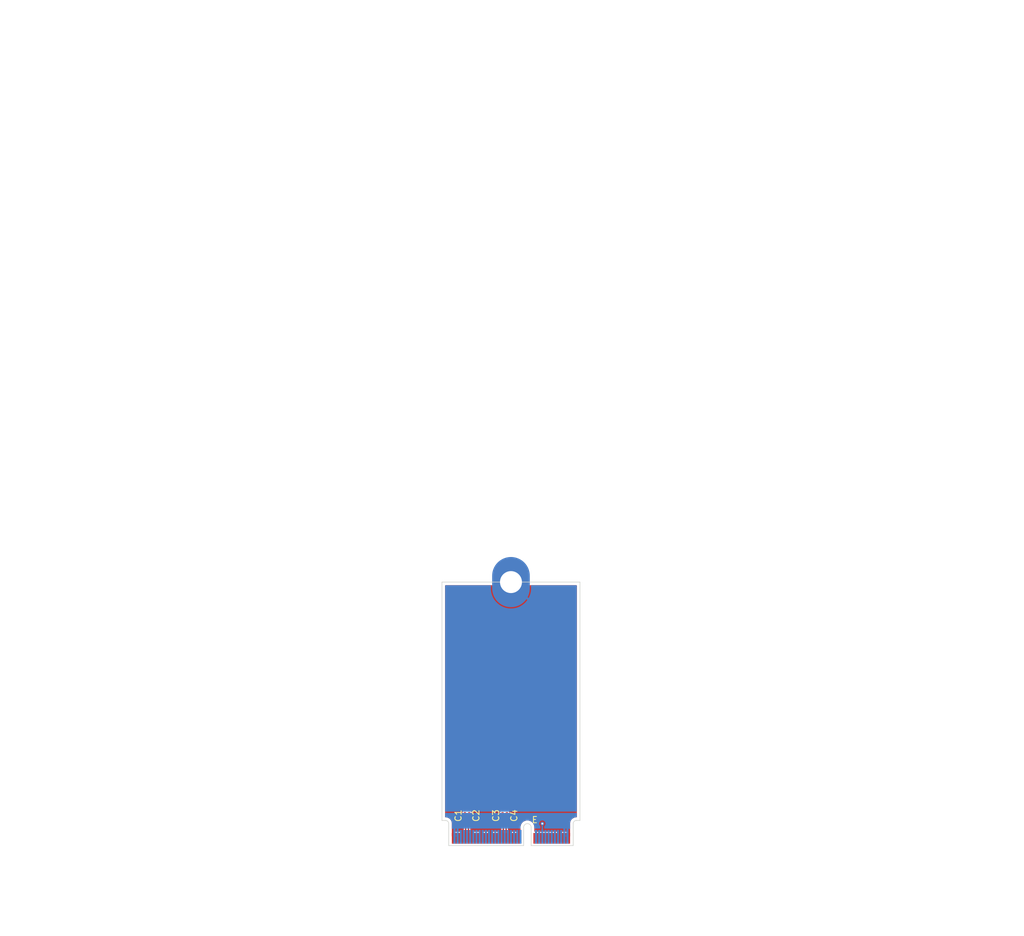
<source format=kicad_pcb>
(kicad_pcb (version 20241229) (generator "pcbnew") (generator_version "9.0")
  (layers (0 "F.Cu" signal) (2 "B.Cu" signal) (13 "F.Paste" user) (15 "B.Paste" user) (5 "F.SilkS" user "F.Silkscreen") (7 "B.SilkS" user "B.Silkscreen") (1 "F.Mask" user) (3 "B.Mask" user) (25 "Edge.Cuts" user))
  (net 0 "")
  (net 1 "/M.2 E Key/PET1P")
  (net 2 "/M.2 E Key/PET1N")
  (net 3 "/M.2 E Key/PET0P")
  (net 4 "/M.2 E Key/PET0N")
  (net 5 "GND")
  (net 6 "/PET0-")
  (net 7 "/PET1-")
  (net 8 "/PET1+")
  (net 9 "/PET0+")
  (net 10 "+3.3V")
  (net 11 "/USB_D+")
  (net 12 "/USB_D-")
  (net 13 "/LED#1")
  (net 14 "/I2S_SCK")
  (net 15 "/SDIO_CLK")
  (net 16 "/I2S_WS")
  (net 17 "/SDIO_CMD")
  (net 18 "/I2S_SD_OUT")
  (net 19 "/SDIO_DATA0")
  (net 20 "/I2S_SD_IN")
  (net 21 "/SDIO_DATA3")
  (net 22 "/LED#2")
  (net 23 "/SDIO_DATA2")
  (net 24 "/SDIO_DATA1")
  (net 25 "/UART_WAKE#")
  (net 26 "/SDIO__WAKE#")
  (net 27 "/UART_TXD")
  (net 28 "/SDIO_RESET#")
  (net 29 "/UART_RXD")
  (net 30 "/UARD_RTS")
  (net 31 "/PER0-")
  (net 32 "/UART_CTS")
  (net 33 "/PER0+")
  (net 39 "/REFCLK0+")
  (net 41 "/REFCLK0-")
  (net 42 "/SUSCLK")
  (net 43 "/PERST0#")
  (net 44 "/CLKREQ0#")
  (net 45 "/W_DISABLE2#")
  (net 46 "/PEWAKE#")
  (net 47 "/W_DISABLE1#")
  (net 48 "/I2C_DATA")
  (net 49 "/PER1+")
  (net 50 "/I2C_CLK")
  (net 51 "/PER1-")
  (net 52 "/ALERT#")
  (net 54 "/PERST1#")
  (net 55 "/CLKREQ1#")
  (net 56 "/PEWAKE1#")
  (net 57 "/REFCLK1+")
  (net 58 "/REFCLK1-")
  (footprint "Capacitor_SMD:C_0201_0603Metric" (layer "F.Cu") (at 106.11 153.93 90)
    (property "Reference" "C4" (at 0 1.14 90) (layer "F.SilkS"))
    (property "Value" "220nF")
    (pad "1" smd roundrect (at -0.32 0 90) (size 0.46 0.4) (layers "F.Cu" "F.Mask") (net 3 "/M.2 E Key/PET0P"))
    (pad "2" smd roundrect (at 0.32 0 90) (size 0.46 0.4) (layers "F.Cu" "F.Mask") (net 9 "/PET0+"))
  )
  (footprint "Capacitor_SMD:C_0201_0603Metric" (layer "F.Cu") (at 99.41 153.93 90)
    (property "Reference" "C1" (at 0 -1.05 90) (layer "F.SilkS"))
    (property "Value" "220nF")
    (pad "1" smd roundrect (at -0.32 0 90) (size 0.46 0.4) (layers "F.Cu" "F.Mask") (net 2 "/M.2 E Key/PET1N"))
    (pad "2" smd roundrect (at 0.32 0 90) (size 0.46 0.4) (layers "F.Cu" "F.Mask") (net 7 "/PET1-"))
  )
  (footprint "Capacitor_SMD:C_0201_0603Metric" (layer "F.Cu") (at 105.41 153.93 90)
    (property "Reference" "C3" (at 0 -1.05 90) (layer "F.SilkS"))
    (property "Value" "220nF")
    (pad "1" smd roundrect (at -0.32 0 90) (size 0.46 0.4) (layers "F.Cu" "F.Mask") (net 4 "/M.2 E Key/PET0N"))
    (pad "2" smd roundrect (at 0.32 0 90) (size 0.46 0.4) (layers "F.Cu" "F.Mask") (net 6 "/PET0-"))
  )
  (footprint "Athena KiCAd library:M.2 Mounting Pad" (layer "F.Cu") (at 106.76 116.7)
    (property "Reference" "H1")
    (property "Value" "MountingHole_Pad")
    (pad "1" thru_hole circle (at 0 0) (size 5.5 5.5) (drill 3.5) (property pad_prop_castellated) (layers "*.Cu" "*.Mask") (net 5 "GND") (padstack (mode front_inner_back) (layer "Inner" (shape circle) (size 5.5 5.5)) (layer "B.Cu" (shape oval) (size 6 8))))
  )
  (footprint "PCIexpress:M.2 E Key Connector" (layer "F.Cu") (at 106.76 157.59)
    (property "Reference" "J1")
    (property "Value" "~")
    (fp_line (start -11 -2.89) (end -10.425 -2.89) (stroke (width 0.1)) (layer "Edge.Cuts"))
    (fp_line (start -9.925 -2.39) (end -9.925 1.11) (stroke (width 0.1)) (layer "Edge.Cuts"))
    (fp_line (start 2.02 -1.79) (end 2.02 1.11) (stroke (width 0.1)) (layer "Edge.Cuts"))
    (fp_line (start 2.02 1.11) (end -9.925 1.11) (stroke (width 0.1)) (layer "Edge.Cuts"))
    (fp_line (start 3.22 -1.79) (end 3.22 1.11) (stroke (width 0.1)) (layer "Edge.Cuts"))
    (fp_line (start 3.22 1.11) (end 9.925 1.11) (stroke (width 0.1)) (layer "Edge.Cuts"))
    (fp_line (start 9.925 -2.39) (end 9.925 1.11) (stroke (width 0.1)) (layer "Edge.Cuts"))
    (fp_line (start 10.425 -2.89) (end 11 -2.89) (stroke (width 0.1)) (layer "Edge.Cuts"))
    (fp_arc (start -10.425 -2.89) (mid -10.071447 -2.743553) (end -9.925 -2.39) (stroke (width 0.1)) (layer "Edge.Cuts"))
    (fp_arc (start 2.02 -1.79) (mid 2.62 -2.39) (end 3.22 -1.79) (stroke (width 0.1)) (layer "Edge.Cuts"))
    (fp_arc (start 9.925 -2.39) (mid 10.071447 -2.743553) (end 10.425 -2.89) (stroke (width 0.1)) (layer "Edge.Cuts"))
    (fp_text user "E" (at 3.245 -2.395 0) (layer "F.SilkS") (effects (justify left bottom)))
    (pad "1" smd rect (at 9.25 -0.04 180) (size 0.35 1.7) (layers "F.Cu") (net 5 "GND"))
    (pad "2" smd rect (at 9 -0.29 180) (size 0.35 2.2) (layers "B.Cu") (net 10 "+3.3V"))
    (pad "3" smd rect (at 8.75 -0.04 180) (size 0.35 1.7) (layers "F.Cu") (net 11 "/USB_D+"))
    (pad "4" smd rect (at 8.5 -0.29 180) (size 0.35 2.2) (layers "B.Cu") (net 10 "+3.3V"))
    (pad "5" smd rect (at 8.25 -0.04 180) (size 0.35 1.7) (layers "F.Cu") (net 12 "/USB_D-"))
    (pad "6" smd rect (at 8 -0.29 180) (size 0.35 2.2) (layers "B.Cu") (net 13 "/LED#1"))
    (pad "7" smd rect (at 7.75 -0.04 180) (size 0.35 1.7) (layers "F.Cu") (net 5 "GND"))
    (pad "8" smd rect (at 7.5 -0.29 180) (size 0.35 2.2) (layers "B.Cu") (net 14 "/I2S_SCK"))
    (pad "9" smd rect (at 7.25 -0.04 180) (size 0.35 1.7) (layers "F.Cu") (net 15 "/SDIO_CLK"))
    (pad "10" smd rect (at 7 -0.29 180) (size 0.35 2.2) (layers "B.Cu") (net 16 "/I2S_WS"))
    (pad "11" smd rect (at 6.75 -0.04 180) (size 0.35 1.7) (layers "F.Cu") (net 17 "/SDIO_CMD"))
    (pad "12" smd rect (at 6.5 -0.29 180) (size 0.35 2.2) (layers "B.Cu") (net 18 "/I2S_SD_OUT"))
    (pad "13" smd rect (at 6.25 -0.04 180) (size 0.35 1.7) (layers "F.Cu") (net 19 "/SDIO_DATA0"))
    (pad "14" smd rect (at 6 -0.29 180) (size 0.35 2.2) (layers "B.Cu") (net 20 "/I2S_SD_IN"))
    (pad "15" smd rect (at 5.75 -0.04 180) (size 0.35 1.7) (layers "F.Cu") (net 21 "/SDIO_DATA3"))
    (pad "16" smd rect (at 5.5 -0.29 180) (size 0.35 2.2) (layers "B.Cu") (net 22 "/LED#2"))
    (pad "17" smd rect (at 5.25 -0.04 180) (size 0.35 1.7) (layers "F.Cu") (net 23 "/SDIO_DATA2"))
    (pad "18" smd rect (at 5 -0.29 180) (size 0.35 2.2) (layers "B.Cu") (net 5 "GND"))
    (pad "19" smd rect (at 4.75 -0.04 180) (size 0.35 1.7) (layers "F.Cu") (net 24 "/SDIO_DATA1"))
    (pad "20" smd rect (at 4.5 -0.29 180) (size 0.35 2.2) (layers "B.Cu") (net 25 "/UART_WAKE#"))
    (pad "21" smd rect (at 4.25 -0.04 180) (size 0.35 1.7) (layers "F.Cu") (net 26 "/SDIO__WAKE#"))
    (pad "22" smd rect (at 4 -0.29 180) (size 0.35 2.2) (layers "B.Cu") (net 27 "/UART_TXD"))
    (pad "23" smd rect (at 3.75 -0.04 180) (size 0.35 1.7) (layers "F.Cu") (net 28 "/SDIO_RESET#"))
    (pad "32" smd rect (at 1.5 -0.29 180) (size 0.35 2.2) (layers "B.Cu") (net 29 "/UART_RXD"))
    (pad "33" smd rect (at 1.25 -0.04 180) (size 0.35 1.7) (layers "F.Cu") (net 5 "GND"))
    (pad "34" smd rect (at 1 -0.29 180) (size 0.35 2.2) (layers "B.Cu") (net 30 "/UARD_RTS"))
    (pad "35" smd rect (at 0.75 -0.04 180) (size 0.35 1.7) (layers "F.Cu") (net 31 "/PER0-"))
    (pad "36" smd rect (at 0.5 -0.29 180) (size 0.35 2.2) (layers "B.Cu") (net 32 "/UART_CTS"))
    (pad "37" smd rect (at 0.25 -0.04 180) (size 0.35 1.7) (layers "F.Cu") (net 33 "/PER0+"))
    (pad "38" smd rect (at 0 -0.29 180) (size 0.35 2.2) (layers "B.Cu"))
    (pad "39" smd rect (at -0.25 -0.04 180) (size 0.35 1.7) (layers "F.Cu") (net 5 "GND"))
    (pad "40" smd rect (at -0.5 -0.29 180) (size 0.35 2.2) (layers "B.Cu"))
    (pad "41" smd rect (at -0.75 -0.04 180) (size 0.35 1.7) (layers "F.Cu") (net 3 "/M.2 E Key/PET0P"))
    (pad "42" smd rect (at -1 -0.29 180) (size 0.35 2.2) (layers "B.Cu"))
    (pad "43" smd rect (at -1.25 -0.04 180) (size 0.35 1.7) (layers "F.Cu") (net 4 "/M.2 E Key/PET0N"))
    (pad "44" smd rect (at -1.5 -0.29 180) (size 0.35 2.2) (layers "B.Cu"))
    (pad "45" smd rect (at -1.75 -0.04 180) (size 0.35 1.7) (layers "F.Cu") (net 5 "GND"))
    (pad "46" smd rect (at -2 -0.29 180) (size 0.35 2.2) (layers "B.Cu"))
    (pad "47" smd rect (at -2.25 -0.04 180) (size 0.35 1.7) (layers "F.Cu") (net 39 "/REFCLK0+"))
    (pad "48" smd rect (at -2.5 -0.29 180) (size 0.35 2.2) (layers "B.Cu"))
    (pad "49" smd rect (at -2.75 -0.04 180) (size 0.35 1.7) (layers "F.Cu") (net 41 "/REFCLK0-"))
    (pad "50" smd rect (at -3 -0.29 180) (size 0.35 2.2) (layers "B.Cu") (net 42 "/SUSCLK"))
    (pad "51" smd rect (at -3.25 -0.04 180) (size 0.35 1.7) (layers "F.Cu") (net 5 "GND"))
    (pad "52" smd rect (at -3.5 -0.29 180) (size 0.35 2.2) (layers "B.Cu") (net 43 "/PERST0#"))
    (pad "53" smd rect (at -3.75 -0.04 180) (size 0.35 1.7) (layers "F.Cu") (net 44 "/CLKREQ0#"))
    (pad "54" smd rect (at -4 -0.29 180) (size 0.35 2.2) (layers "B.Cu") (net 45 "/W_DISABLE2#"))
    (pad "55" smd rect (at -4.25 -0.04 180) (size 0.35 1.7) (layers "F.Cu") (net 46 "/PEWAKE#"))
    (pad "56" smd rect (at -4.5 -0.29 180) (size 0.35 2.2) (layers "B.Cu") (net 47 "/W_DISABLE1#"))
    (pad "57" smd rect (at -4.75 -0.04 180) (size 0.35 1.7) (layers "F.Cu") (net 5 "GND"))
    (pad "58" smd rect (at -5 -0.29 180) (size 0.35 2.2) (layers "B.Cu") (net 48 "/I2C_DATA"))
    (pad "59" smd rect (at -5.25 -0.04 180) (size 0.35 1.7) (layers "F.Cu") (net 49 "/PER1+"))
    (pad "60" smd rect (at -5.5 -0.29 180) (size 0.35 2.2) (layers "B.Cu") (net 50 "/I2C_CLK"))
    (pad "61" smd rect (at -5.75 -0.04 180) (size 0.35 1.7) (layers "F.Cu") (net 51 "/PER1-"))
    (pad "62" smd rect (at -6 -0.29 180) (size 0.35 2.2) (layers "B.Cu") (net 52 "/ALERT#"))
    (pad "63" smd rect (at -6.25 -0.04 180) (size 0.35 1.7) (layers "F.Cu") (net 5 "GND"))
    (pad "64" smd rect (at -6.5 -0.29 180) (size 0.35 2.2) (layers "B.Cu"))
    (pad "65" smd rect (at -6.75 -0.04 180) (size 0.35 1.7) (layers "F.Cu") (net 1 "/M.2 E Key/PET1P"))
    (pad "66" smd rect (at -7 -0.29 180) (size 0.35 2.2) (layers "B.Cu") (net 54 "/PERST1#"))
    (pad "67" smd rect (at -7.25 -0.04 180) (size 0.35 1.7) (layers "F.Cu") (net 2 "/M.2 E Key/PET1N"))
    (pad "68" smd rect (at -7.5 -0.29 180) (size 0.35 2.2) (layers "B.Cu") (net 55 "/CLKREQ1#"))
    (pad "69" smd rect (at -7.75 -0.04 180) (size 0.35 1.7) (layers "F.Cu") (net 5 "GND"))
    (pad "70" smd rect (at -8 -0.29 180) (size 0.35 2.2) (layers "B.Cu") (net 56 "/PEWAKE1#"))
    (pad "71" smd rect (at -8.25 -0.04 180) (size 0.35 1.7) (layers "F.Cu") (net 57 "/REFCLK1+"))
    (pad "72" smd rect (at -8.5 -0.29 180) (size 0.35 2.2) (layers "B.Cu") (net 10 "+3.3V"))
    (pad "73" smd rect (at -8.75 -0.04 180) (size 0.35 1.7) (layers "F.Cu") (net 58 "/REFCLK1-"))
    (pad "74" smd rect (at -9 -0.29 180) (size 0.35 2.2) (layers "B.Cu") (net 10 "+3.3V"))
    (pad "75" smd rect (at -9.25 -0.04 180) (size 0.35 1.7) (layers "F.Cu") (net 5 "GND"))
  )
  (footprint "Capacitor_SMD:C_0201_0603Metric" (layer "F.Cu") (at 100.11 153.93 90)
    (property "Reference" "C2" (at 0 1.09 90) (layer "F.SilkS"))
    (property "Value" "220nF")
    (pad "1" smd roundrect (at -0.32 0 90) (size 0.46 0.4) (layers "F.Cu" "F.Mask") (net 1 "/M.2 E Key/PET1P"))
    (pad "2" smd roundrect (at 0.32 0 90) (size 0.46 0.4) (layers "F.Cu" "F.Mask") (net 8 "/PET1+"))
  )
  (gr_line (start 117.76 116.7) (end 95.76 116.7) (stroke (width 0.1)) (layer "Edge.Cuts"))
  (gr_line (start 117.76 154.7) (end 117.76 116.7) (stroke (width 0.1)) (layer "Edge.Cuts"))
  (gr_line (start 95.76 116.7) (end 95.76 154.7) (stroke (width 0.1)) (layer "Edge.Cuts"))
  (segment (start 100.01 156.274999) (end 99.985 156.249999) (width 0.2) (layer "F.Cu") (net 1))
  (segment (start 100.01 157.55) (end 100.01 156.274999) (width 0.2) (layer "F.Cu") (net 1))
  (segment (start 100.11 154.595001) (end 100.11 154.25) (width 0.2) (layer "F.Cu") (net 1))
  (segment (start 99.985 154.720001) (end 100.11 154.595001) (width 0.2) (layer "F.Cu") (net 1))
  (segment (start 99.985 156.249999) (end 99.985 154.720001) (width 0.2) (layer "F.Cu") (net 1))
  (segment (start 99.535 154.720001) (end 99.41 154.595001) (width 0.2) (layer "F.Cu") (net 2))
  (segment (start 99.41 154.595001) (end 99.41 154.25) (width 0.2) (layer "F.Cu") (net 2))
  (segment (start 99.51 156.274999) (end 99.535 156.249999) (width 0.2) (layer "F.Cu") (net 2))
  (segment (start 99.535 156.249999) (end 99.535 154.720001) (width 0.2) (layer "F.Cu") (net 2))
  (segment (start 99.51 157.55) (end 99.51 156.274999) (width 0.2) (layer "F.Cu") (net 2))
  (segment (start 106.11 154.595001) (end 106.11 154.25) (width 0.2) (layer "F.Cu") (net 3))
  (segment (start 106.01 156.274999) (end 105.985 156.249999) (width 0.2) (layer "F.Cu") (net 3))
  (segment (start 106.01 157.55) (end 106.01 156.274999) (width 0.2) (layer "F.Cu") (net 3))
  (segment (start 105.985 156.249999) (end 105.985 154.720001) (width 0.2) (layer "F.Cu") (net 3))
  (segment (start 105.985 154.720001) (end 106.11 154.595001) (width 0.2) (layer "F.Cu") (net 3))
  (segment (start 105.535 156.249999) (end 105.535 154.720001) (width 0.2) (layer "F.Cu") (net 4))
  (segment (start 105.51 156.274999) (end 105.535 156.249999) (width 0.2) (layer "F.Cu") (net 4))
  (segment (start 105.535 154.720001) (end 105.41 154.595001) (width 0.2) (layer "F.Cu") (net 4))
  (segment (start 105.41 154.595001) (end 105.41 154.25) (width 0.2) (layer "F.Cu") (net 4))
  (segment (start 105.51 157.55) (end 105.51 156.274999) (width 0.2) (layer "F.Cu") (net 4))
  (via (at 111.76 155.21) (size 0.6) (drill 0.3) (layers "F.Cu" "B.Cu") (net 5))
  (segment (start 111.76 155.21) (end 111.76 157.3) (width 0.2) (layer "B.Cu") (net 5))
  (zone (net 5) (net_name "GND") (layers "F.Cu" "B.Cu") (connect_pads (clearance 0.2)) (min_thickness 0.15) (fill yes (thermal_gap 0.2) (thermal_bridge_width 0.35))
    (polygon (pts (xy 91.76 157.23) (xy 91.76 48.7) (xy 121.76 48.7) (xy 121.76 157.23)))
  )
  (zone (net 10) (net_name "+3.3V") (layer "B.Cu") (priority 1) (connect_pads (clearance 0.2)) (min_thickness 0.15) (fill yes (thermal_gap 0.2) (thermal_bridge_width 0.35))
    (polygon (pts (xy 117.76 157.23) (xy 117.76 153.5) (xy 95.76 153.5) (xy 95.76 157.23)))
  )
)
</source>
